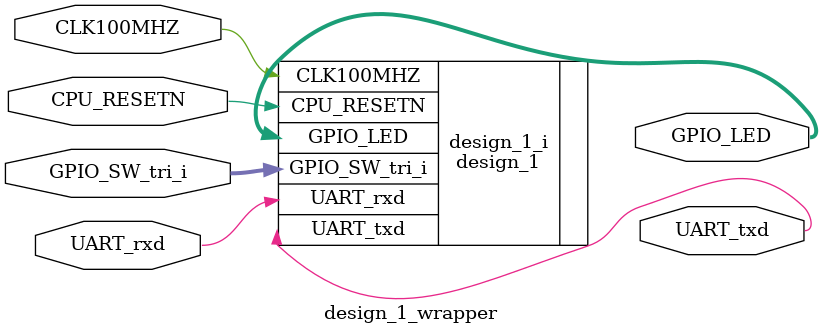
<source format=v>
`timescale 1 ps / 1 ps

module design_1_wrapper
   (CLK100MHZ,
    CPU_RESETN,
    GPIO_LED,
    GPIO_SW_tri_i,
    UART_rxd,
    UART_txd);
  input CLK100MHZ;
  input CPU_RESETN;
  output [3:0]GPIO_LED;
  input [3:0]GPIO_SW_tri_i;
  input UART_rxd;
  output UART_txd;

  wire CLK100MHZ;
  wire CPU_RESETN;
  wire [3:0]GPIO_LED;
  wire [3:0]GPIO_SW_tri_i;
  wire UART_rxd;
  wire UART_txd;

  design_1 design_1_i
       (.CLK100MHZ(CLK100MHZ),
        .CPU_RESETN(CPU_RESETN),
        .GPIO_LED(GPIO_LED),
        .GPIO_SW_tri_i(GPIO_SW_tri_i),
        .UART_rxd(UART_rxd),
        .UART_txd(UART_txd));
endmodule

</source>
